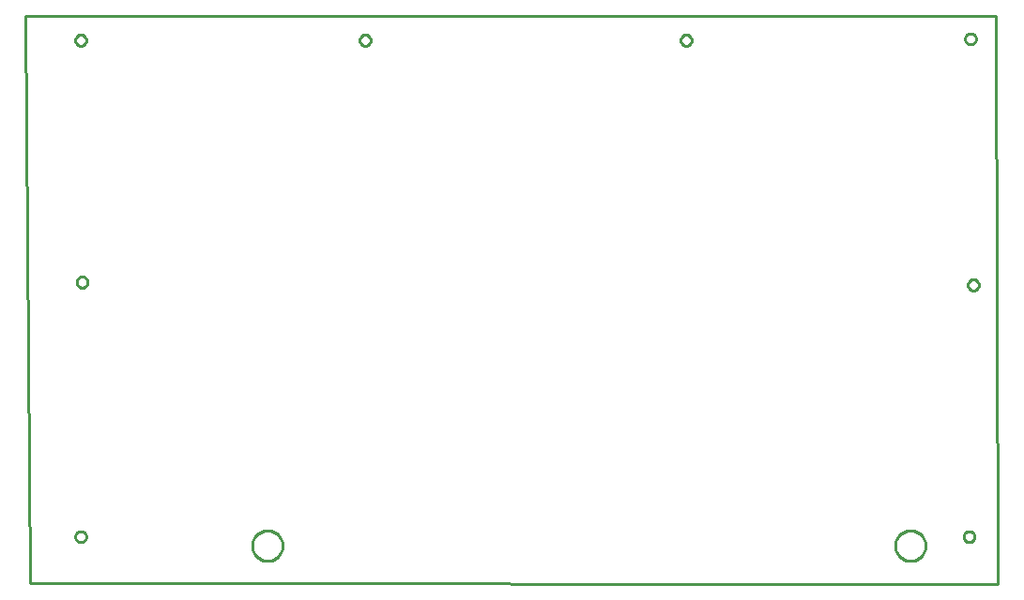
<source format=gbr>
G04 EAGLE Gerber RS-274X export*
G75*
%MOMM*%
%FSLAX34Y34*%
%LPD*%
%IN*%
%IPPOS*%
%AMOC8*
5,1,8,0,0,1.08239X$1,22.5*%
G01*
%ADD10C,0.254000*%


D10*
X1270Y525020D02*
X4798Y12841D01*
X878358Y11571D01*
X876100Y525020D01*
X1270Y525020D01*
X55800Y502639D02*
X55737Y502081D01*
X55612Y501534D01*
X55427Y501004D01*
X55183Y500498D01*
X54884Y500022D01*
X54534Y499583D01*
X54137Y499186D01*
X53698Y498836D01*
X53222Y498537D01*
X52716Y498293D01*
X52186Y498108D01*
X51639Y497983D01*
X51081Y497920D01*
X50519Y497920D01*
X49961Y497983D01*
X49414Y498108D01*
X48884Y498293D01*
X48378Y498537D01*
X47902Y498836D01*
X47463Y499186D01*
X47066Y499583D01*
X46716Y500022D01*
X46417Y500498D01*
X46173Y501004D01*
X45988Y501534D01*
X45863Y502081D01*
X45800Y502639D01*
X45800Y503201D01*
X45863Y503759D01*
X45988Y504306D01*
X46173Y504836D01*
X46417Y505342D01*
X46716Y505818D01*
X47066Y506257D01*
X47463Y506654D01*
X47902Y507004D01*
X48378Y507303D01*
X48884Y507547D01*
X49414Y507732D01*
X49961Y507857D01*
X50519Y507920D01*
X51081Y507920D01*
X51639Y507857D01*
X52186Y507732D01*
X52716Y507547D01*
X53222Y507303D01*
X53698Y507004D01*
X54137Y506654D01*
X54534Y506257D01*
X54884Y505818D01*
X55183Y505342D01*
X55427Y504836D01*
X55612Y504306D01*
X55737Y503759D01*
X55800Y503201D01*
X55800Y502639D01*
X312340Y502639D02*
X312277Y502081D01*
X312152Y501534D01*
X311967Y501004D01*
X311723Y500498D01*
X311424Y500022D01*
X311074Y499583D01*
X310677Y499186D01*
X310238Y498836D01*
X309762Y498537D01*
X309256Y498293D01*
X308726Y498108D01*
X308179Y497983D01*
X307621Y497920D01*
X307059Y497920D01*
X306501Y497983D01*
X305954Y498108D01*
X305424Y498293D01*
X304918Y498537D01*
X304442Y498836D01*
X304003Y499186D01*
X303606Y499583D01*
X303256Y500022D01*
X302957Y500498D01*
X302713Y501004D01*
X302528Y501534D01*
X302403Y502081D01*
X302340Y502639D01*
X302340Y503201D01*
X302403Y503759D01*
X302528Y504306D01*
X302713Y504836D01*
X302957Y505342D01*
X303256Y505818D01*
X303606Y506257D01*
X304003Y506654D01*
X304442Y507004D01*
X304918Y507303D01*
X305424Y507547D01*
X305954Y507732D01*
X306501Y507857D01*
X307059Y507920D01*
X307621Y507920D01*
X308179Y507857D01*
X308726Y507732D01*
X309256Y507547D01*
X309762Y507303D01*
X310238Y507004D01*
X310677Y506654D01*
X311074Y506257D01*
X311424Y505818D01*
X311723Y505342D01*
X311967Y504836D01*
X312152Y504306D01*
X312277Y503759D01*
X312340Y503201D01*
X312340Y502639D01*
X601900Y502639D02*
X601837Y502081D01*
X601712Y501534D01*
X601527Y501004D01*
X601283Y500498D01*
X600984Y500022D01*
X600634Y499583D01*
X600237Y499186D01*
X599798Y498836D01*
X599322Y498537D01*
X598816Y498293D01*
X598286Y498108D01*
X597739Y497983D01*
X597181Y497920D01*
X596619Y497920D01*
X596061Y497983D01*
X595514Y498108D01*
X594984Y498293D01*
X594478Y498537D01*
X594002Y498836D01*
X593563Y499186D01*
X593166Y499583D01*
X592816Y500022D01*
X592517Y500498D01*
X592273Y501004D01*
X592088Y501534D01*
X591963Y502081D01*
X591900Y502639D01*
X591900Y503201D01*
X591963Y503759D01*
X592088Y504306D01*
X592273Y504836D01*
X592517Y505342D01*
X592816Y505818D01*
X593166Y506257D01*
X593563Y506654D01*
X594002Y507004D01*
X594478Y507303D01*
X594984Y507547D01*
X595514Y507732D01*
X596061Y507857D01*
X596619Y507920D01*
X597181Y507920D01*
X597739Y507857D01*
X598286Y507732D01*
X598816Y507547D01*
X599322Y507303D01*
X599798Y507004D01*
X600237Y506654D01*
X600634Y506257D01*
X600984Y505818D01*
X601283Y505342D01*
X601527Y504836D01*
X601712Y504306D01*
X601837Y503759D01*
X601900Y503201D01*
X601900Y502639D01*
X57070Y284199D02*
X57007Y283641D01*
X56882Y283094D01*
X56697Y282564D01*
X56453Y282058D01*
X56154Y281582D01*
X55804Y281143D01*
X55407Y280746D01*
X54968Y280396D01*
X54492Y280097D01*
X53986Y279853D01*
X53456Y279668D01*
X52909Y279543D01*
X52351Y279480D01*
X51789Y279480D01*
X51231Y279543D01*
X50684Y279668D01*
X50154Y279853D01*
X49648Y280097D01*
X49172Y280396D01*
X48733Y280746D01*
X48336Y281143D01*
X47986Y281582D01*
X47687Y282058D01*
X47443Y282564D01*
X47258Y283094D01*
X47133Y283641D01*
X47070Y284199D01*
X47070Y284761D01*
X47133Y285319D01*
X47258Y285866D01*
X47443Y286396D01*
X47687Y286902D01*
X47986Y287378D01*
X48336Y287817D01*
X48733Y288214D01*
X49172Y288564D01*
X49648Y288863D01*
X50154Y289107D01*
X50684Y289292D01*
X51231Y289417D01*
X51789Y289480D01*
X52351Y289480D01*
X52909Y289417D01*
X53456Y289292D01*
X53986Y289107D01*
X54492Y288863D01*
X54968Y288564D01*
X55407Y288214D01*
X55804Y287817D01*
X56154Y287378D01*
X56453Y286902D01*
X56697Y286396D01*
X56882Y285866D01*
X57007Y285319D01*
X57070Y284761D01*
X57070Y284199D01*
X55800Y54329D02*
X55737Y53771D01*
X55612Y53224D01*
X55427Y52694D01*
X55183Y52188D01*
X54884Y51712D01*
X54534Y51273D01*
X54137Y50876D01*
X53698Y50526D01*
X53222Y50227D01*
X52716Y49983D01*
X52186Y49798D01*
X51639Y49673D01*
X51081Y49610D01*
X50519Y49610D01*
X49961Y49673D01*
X49414Y49798D01*
X48884Y49983D01*
X48378Y50227D01*
X47902Y50526D01*
X47463Y50876D01*
X47066Y51273D01*
X46716Y51712D01*
X46417Y52188D01*
X46173Y52694D01*
X45988Y53224D01*
X45863Y53771D01*
X45800Y54329D01*
X45800Y54891D01*
X45863Y55449D01*
X45988Y55996D01*
X46173Y56526D01*
X46417Y57032D01*
X46716Y57508D01*
X47066Y57947D01*
X47463Y58344D01*
X47902Y58694D01*
X48378Y58993D01*
X48884Y59237D01*
X49414Y59422D01*
X49961Y59547D01*
X50519Y59610D01*
X51081Y59610D01*
X51639Y59547D01*
X52186Y59422D01*
X52716Y59237D01*
X53222Y58993D01*
X53698Y58694D01*
X54137Y58344D01*
X54534Y57947D01*
X54884Y57508D01*
X55183Y57032D01*
X55427Y56526D01*
X55612Y55996D01*
X55737Y55449D01*
X55800Y54891D01*
X55800Y54329D01*
X857170Y54329D02*
X857107Y53771D01*
X856982Y53224D01*
X856797Y52694D01*
X856553Y52188D01*
X856254Y51712D01*
X855904Y51273D01*
X855507Y50876D01*
X855068Y50526D01*
X854592Y50227D01*
X854086Y49983D01*
X853556Y49798D01*
X853009Y49673D01*
X852451Y49610D01*
X851889Y49610D01*
X851331Y49673D01*
X850784Y49798D01*
X850254Y49983D01*
X849748Y50227D01*
X849272Y50526D01*
X848833Y50876D01*
X848436Y51273D01*
X848086Y51712D01*
X847787Y52188D01*
X847543Y52694D01*
X847358Y53224D01*
X847233Y53771D01*
X847170Y54329D01*
X847170Y54891D01*
X847233Y55449D01*
X847358Y55996D01*
X847543Y56526D01*
X847787Y57032D01*
X848086Y57508D01*
X848436Y57947D01*
X848833Y58344D01*
X849272Y58694D01*
X849748Y58993D01*
X850254Y59237D01*
X850784Y59422D01*
X851331Y59547D01*
X851889Y59610D01*
X852451Y59610D01*
X853009Y59547D01*
X853556Y59422D01*
X854086Y59237D01*
X854592Y58993D01*
X855068Y58694D01*
X855507Y58344D01*
X855904Y57947D01*
X856254Y57508D01*
X856553Y57032D01*
X856797Y56526D01*
X856982Y55996D01*
X857107Y55449D01*
X857170Y54891D01*
X857170Y54329D01*
X860980Y281659D02*
X860917Y281101D01*
X860792Y280554D01*
X860607Y280024D01*
X860363Y279518D01*
X860064Y279042D01*
X859714Y278603D01*
X859317Y278206D01*
X858878Y277856D01*
X858402Y277557D01*
X857896Y277313D01*
X857366Y277128D01*
X856819Y277003D01*
X856261Y276940D01*
X855699Y276940D01*
X855141Y277003D01*
X854594Y277128D01*
X854064Y277313D01*
X853558Y277557D01*
X853082Y277856D01*
X852643Y278206D01*
X852246Y278603D01*
X851896Y279042D01*
X851597Y279518D01*
X851353Y280024D01*
X851168Y280554D01*
X851043Y281101D01*
X850980Y281659D01*
X850980Y282221D01*
X851043Y282779D01*
X851168Y283326D01*
X851353Y283856D01*
X851597Y284362D01*
X851896Y284838D01*
X852246Y285277D01*
X852643Y285674D01*
X853082Y286024D01*
X853558Y286323D01*
X854064Y286567D01*
X854594Y286752D01*
X855141Y286877D01*
X855699Y286940D01*
X856261Y286940D01*
X856819Y286877D01*
X857366Y286752D01*
X857896Y286567D01*
X858402Y286323D01*
X858878Y286024D01*
X859317Y285674D01*
X859714Y285277D01*
X860064Y284838D01*
X860363Y284362D01*
X860607Y283856D01*
X860792Y283326D01*
X860917Y282779D01*
X860980Y282221D01*
X860980Y281659D01*
X858440Y503909D02*
X858377Y503351D01*
X858252Y502804D01*
X858067Y502274D01*
X857823Y501768D01*
X857524Y501292D01*
X857174Y500853D01*
X856777Y500456D01*
X856338Y500106D01*
X855862Y499807D01*
X855356Y499563D01*
X854826Y499378D01*
X854279Y499253D01*
X853721Y499190D01*
X853159Y499190D01*
X852601Y499253D01*
X852054Y499378D01*
X851524Y499563D01*
X851018Y499807D01*
X850542Y500106D01*
X850103Y500456D01*
X849706Y500853D01*
X849356Y501292D01*
X849057Y501768D01*
X848813Y502274D01*
X848628Y502804D01*
X848503Y503351D01*
X848440Y503909D01*
X848440Y504471D01*
X848503Y505029D01*
X848628Y505576D01*
X848813Y506106D01*
X849057Y506612D01*
X849356Y507088D01*
X849706Y507527D01*
X850103Y507924D01*
X850542Y508274D01*
X851018Y508573D01*
X851524Y508817D01*
X852054Y509002D01*
X852601Y509127D01*
X853159Y509190D01*
X853721Y509190D01*
X854279Y509127D01*
X854826Y509002D01*
X855356Y508817D01*
X855862Y508573D01*
X856338Y508274D01*
X856777Y507924D01*
X857174Y507527D01*
X857524Y507088D01*
X857823Y506612D01*
X858067Y506106D01*
X858252Y505576D01*
X858377Y505029D01*
X858440Y504471D01*
X858440Y503909D01*
X232900Y45939D02*
X232830Y44959D01*
X232690Y43987D01*
X232481Y43027D01*
X232205Y42085D01*
X231861Y41165D01*
X231453Y40271D01*
X230983Y39409D01*
X230452Y38583D01*
X229863Y37797D01*
X229220Y37055D01*
X228525Y36360D01*
X227783Y35717D01*
X226997Y35128D01*
X226171Y34597D01*
X225309Y34127D01*
X224415Y33719D01*
X223495Y33375D01*
X222553Y33099D01*
X221593Y32890D01*
X220621Y32750D01*
X219641Y32680D01*
X218659Y32680D01*
X217679Y32750D01*
X216707Y32890D01*
X215747Y33099D01*
X214805Y33375D01*
X213885Y33719D01*
X212991Y34127D01*
X212129Y34597D01*
X211303Y35128D01*
X210517Y35717D01*
X209775Y36360D01*
X209080Y37055D01*
X208437Y37797D01*
X207848Y38583D01*
X207317Y39409D01*
X206847Y40271D01*
X206439Y41165D01*
X206095Y42085D01*
X205819Y43027D01*
X205610Y43987D01*
X205470Y44959D01*
X205400Y45939D01*
X205400Y46921D01*
X205470Y47901D01*
X205610Y48873D01*
X205819Y49833D01*
X206095Y50775D01*
X206439Y51695D01*
X206847Y52589D01*
X207317Y53451D01*
X207848Y54277D01*
X208437Y55063D01*
X209080Y55805D01*
X209775Y56500D01*
X210517Y57143D01*
X211303Y57732D01*
X212129Y58263D01*
X212991Y58733D01*
X213885Y59141D01*
X214805Y59485D01*
X215747Y59761D01*
X216707Y59970D01*
X217679Y60110D01*
X218659Y60180D01*
X219641Y60180D01*
X220621Y60110D01*
X221593Y59970D01*
X222553Y59761D01*
X223495Y59485D01*
X224415Y59141D01*
X225309Y58733D01*
X226171Y58263D01*
X226997Y57732D01*
X227783Y57143D01*
X228525Y56500D01*
X229220Y55805D01*
X229863Y55063D01*
X230452Y54277D01*
X230983Y53451D01*
X231453Y52589D01*
X231861Y51695D01*
X232205Y50775D01*
X232481Y49833D01*
X232690Y48873D01*
X232830Y47901D01*
X232900Y46921D01*
X232900Y45939D01*
X812900Y45939D02*
X812830Y44959D01*
X812690Y43987D01*
X812481Y43027D01*
X812205Y42085D01*
X811861Y41165D01*
X811453Y40271D01*
X810983Y39409D01*
X810452Y38583D01*
X809863Y37797D01*
X809220Y37055D01*
X808525Y36360D01*
X807783Y35717D01*
X806997Y35128D01*
X806171Y34597D01*
X805309Y34127D01*
X804415Y33719D01*
X803495Y33375D01*
X802553Y33099D01*
X801593Y32890D01*
X800621Y32750D01*
X799641Y32680D01*
X798659Y32680D01*
X797679Y32750D01*
X796707Y32890D01*
X795747Y33099D01*
X794805Y33375D01*
X793885Y33719D01*
X792991Y34127D01*
X792129Y34597D01*
X791303Y35128D01*
X790517Y35717D01*
X789775Y36360D01*
X789080Y37055D01*
X788437Y37797D01*
X787848Y38583D01*
X787317Y39409D01*
X786847Y40271D01*
X786439Y41165D01*
X786095Y42085D01*
X785819Y43027D01*
X785610Y43987D01*
X785470Y44959D01*
X785400Y45939D01*
X785400Y46921D01*
X785470Y47901D01*
X785610Y48873D01*
X785819Y49833D01*
X786095Y50775D01*
X786439Y51695D01*
X786847Y52589D01*
X787317Y53451D01*
X787848Y54277D01*
X788437Y55063D01*
X789080Y55805D01*
X789775Y56500D01*
X790517Y57143D01*
X791303Y57732D01*
X792129Y58263D01*
X792991Y58733D01*
X793885Y59141D01*
X794805Y59485D01*
X795747Y59761D01*
X796707Y59970D01*
X797679Y60110D01*
X798659Y60180D01*
X799641Y60180D01*
X800621Y60110D01*
X801593Y59970D01*
X802553Y59761D01*
X803495Y59485D01*
X804415Y59141D01*
X805309Y58733D01*
X806171Y58263D01*
X806997Y57732D01*
X807783Y57143D01*
X808525Y56500D01*
X809220Y55805D01*
X809863Y55063D01*
X810452Y54277D01*
X810983Y53451D01*
X811453Y52589D01*
X811861Y51695D01*
X812205Y50775D01*
X812481Y49833D01*
X812690Y48873D01*
X812830Y47901D01*
X812900Y46921D01*
X812900Y45939D01*
M02*

</source>
